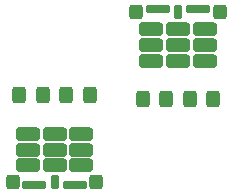
<source format=gtp>
G04 #@! TF.GenerationSoftware,KiCad,Pcbnew,9.0.2*
G04 #@! TF.CreationDate,2025-05-27T17:03:47+02:00*
G04 #@! TF.ProjectId,v0.4.3d,76302e34-2e33-4642-9e6b-696361645f70,4d*
G04 #@! TF.SameCoordinates,Original*
G04 #@! TF.FileFunction,Paste,Top*
G04 #@! TF.FilePolarity,Positive*
%FSLAX46Y46*%
G04 Gerber Fmt 4.6, Leading zero omitted, Abs format (unit mm)*
G04 Created by KiCad (PCBNEW 9.0.2) date 2025-05-27 17:03:47*
%MOMM*%
%LPD*%
G01*
G04 APERTURE LIST*
G04 Aperture macros list*
%AMRoundRect*
0 Rectangle with rounded corners*
0 $1 Rounding radius*
0 $2 $3 $4 $5 $6 $7 $8 $9 X,Y pos of 4 corners*
0 Add a 4 corners polygon primitive as box body*
4,1,4,$2,$3,$4,$5,$6,$7,$8,$9,$2,$3,0*
0 Add four circle primitives for the rounded corners*
1,1,$1+$1,$2,$3*
1,1,$1+$1,$4,$5*
1,1,$1+$1,$6,$7*
1,1,$1+$1,$8,$9*
0 Add four rect primitives between the rounded corners*
20,1,$1+$1,$2,$3,$4,$5,0*
20,1,$1+$1,$4,$5,$6,$7,0*
20,1,$1+$1,$6,$7,$8,$9,0*
20,1,$1+$1,$8,$9,$2,$3,0*%
G04 Aperture macros list end*
%ADD10RoundRect,0.300000X0.300000X-0.400000X0.300000X0.400000X-0.300000X0.400000X-0.300000X-0.400000X0*%
%ADD11RoundRect,0.287500X0.737500X-0.287500X0.737500X0.287500X-0.737500X0.287500X-0.737500X-0.287500X0*%
%ADD12RoundRect,0.300000X0.300000X-0.325000X0.300000X0.325000X-0.300000X0.325000X-0.300000X-0.325000X0*%
%ADD13RoundRect,0.175000X0.175000X-0.450000X0.175000X0.450000X-0.175000X0.450000X-0.175000X-0.450000X0*%
%ADD14RoundRect,0.175000X0.875000X-0.175000X0.875000X0.175000X-0.875000X0.175000X-0.875000X-0.175000X0*%
%ADD15RoundRect,0.300000X-0.300000X0.400000X-0.300000X-0.400000X0.300000X-0.400000X0.300000X0.400000X0*%
%ADD16RoundRect,0.287500X-0.737500X0.287500X-0.737500X-0.287500X0.737500X-0.287500X0.737500X0.287500X0*%
%ADD17RoundRect,0.300000X-0.300000X0.325000X-0.300000X-0.325000X0.300000X-0.325000X0.300000X0.325000X0*%
%ADD18RoundRect,0.175000X-0.175000X0.450000X-0.175000X-0.450000X0.175000X-0.450000X0.175000X0.450000X0*%
%ADD19RoundRect,0.175000X-0.875000X0.175000X-0.875000X-0.175000X0.875000X-0.175000X0.875000X0.175000X0*%
G04 APERTURE END LIST*
D10*
X152950000Y-77900000D03*
X154950000Y-77900000D03*
X156950000Y-77900000D03*
X158950000Y-77900000D03*
D11*
X153700000Y-74630000D03*
X155950000Y-74630000D03*
X158200000Y-74630000D03*
X153700000Y-73280000D03*
X155950000Y-73280000D03*
X158200000Y-73280000D03*
X153700000Y-71930000D03*
X155950000Y-71930000D03*
X158200000Y-71930000D03*
D12*
X152400000Y-70530000D03*
D13*
X155950000Y-70530000D03*
D12*
X159500000Y-70530000D03*
D14*
X154250000Y-70255000D03*
X157650000Y-70255000D03*
D15*
X148500000Y-77530000D03*
X146500000Y-77530000D03*
X144500000Y-77530000D03*
X142500000Y-77530000D03*
D16*
X147750000Y-80800000D03*
X145500000Y-80800000D03*
X143250000Y-80800000D03*
X147750000Y-82150000D03*
X145500000Y-82150000D03*
X143250000Y-82150000D03*
X147750000Y-83500000D03*
X145500000Y-83500000D03*
X143250000Y-83500000D03*
D17*
X149050000Y-84900000D03*
D18*
X145500000Y-84900000D03*
D17*
X141950000Y-84900000D03*
D19*
X147200000Y-85175000D03*
X143800000Y-85175000D03*
M02*

</source>
